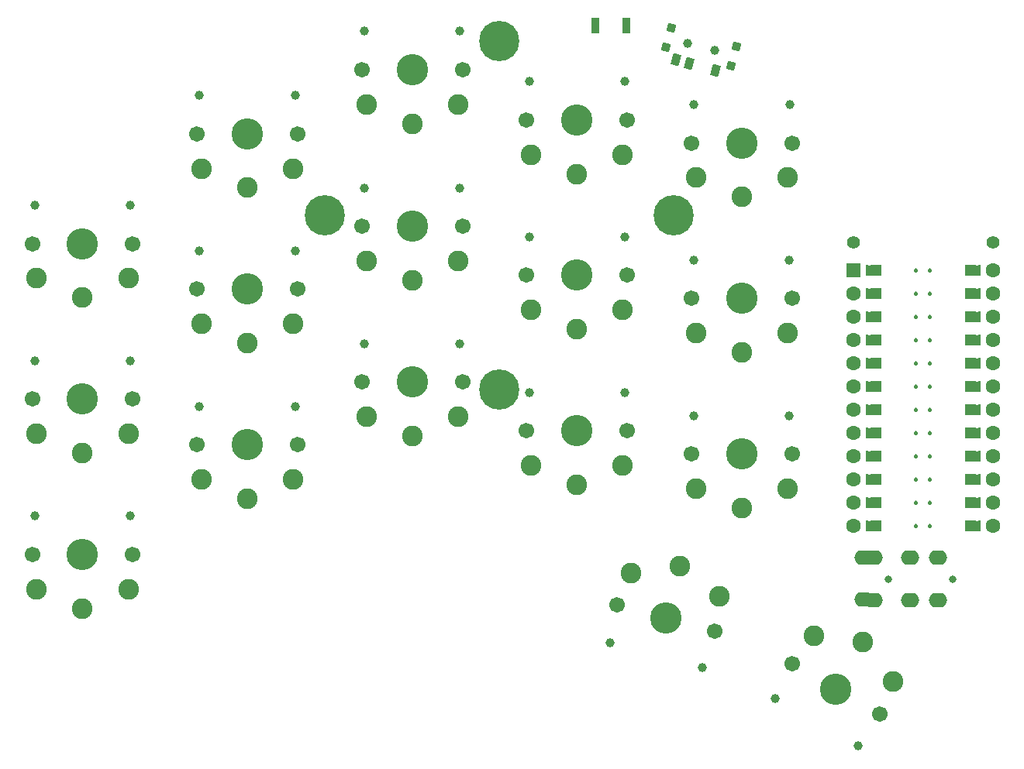
<source format=gbr>
%TF.GenerationSoftware,KiCad,Pcbnew,8.0.8*%
%TF.CreationDate,2025-03-18T19:26:01-05:00*%
%TF.ProjectId,half-swept,68616c66-2d73-4776-9570-742e6b696361,rev?*%
%TF.SameCoordinates,Original*%
%TF.FileFunction,Soldermask,Top*%
%TF.FilePolarity,Negative*%
%FSLAX46Y46*%
G04 Gerber Fmt 4.6, Leading zero omitted, Abs format (unit mm)*
G04 Created by KiCad (PCBNEW 8.0.8) date 2025-03-18 19:26:01*
%MOMM*%
%LPD*%
G01*
G04 APERTURE LIST*
G04 Aperture macros list*
%AMRotRect*
0 Rectangle, with rotation*
0 The origin of the aperture is its center*
0 $1 length*
0 $2 width*
0 $3 Rotation angle, in degrees counterclockwise*
0 Add horizontal line*
21,1,$1,$2,0,0,$3*%
%AMFreePoly0*
4,1,6,0.600000,-0.250000,-0.600000,-0.250000,-0.600000,1.000000,0.000000,0.400000,0.600000,1.000000,0.600000,-0.250000,0.600000,-0.250000,$1*%
%AMFreePoly1*
4,1,6,0.600000,0.200000,0.000000,-0.400000,-0.600000,0.200000,-0.600000,0.400000,0.600000,0.400000,0.600000,0.200000,0.600000,0.200000,$1*%
G04 Aperture macros list end*
%ADD10C,0.100000*%
%ADD11C,0.250000*%
%ADD12C,1.397000*%
%ADD13C,0.800000*%
%ADD14O,2.000000X1.600000*%
%ADD15C,0.990600*%
%ADD16C,1.701800*%
%ADD17C,3.429000*%
%ADD18C,2.262000*%
%ADD19C,4.400000*%
%ADD20C,1.000000*%
%ADD21RotRect,0.900000X0.900000X344.500000*%
%ADD22RotRect,0.900000X1.250000X344.500000*%
%ADD23R,0.900000X1.700000*%
%ADD24FreePoly0,270.000000*%
%ADD25FreePoly0,90.000000*%
%ADD26C,1.600000*%
%ADD27FreePoly1,270.000000*%
%ADD28FreePoly1,90.000000*%
%ADD29R,1.600000X1.600000*%
G04 APERTURE END LIST*
D10*
%TO.C,U1*%
X124968000Y-62230000D02*
X123952000Y-62230000D01*
X123952000Y-61214000D01*
X124968000Y-61214000D01*
X124968000Y-62230000D01*
G36*
X124968000Y-62230000D02*
G01*
X123952000Y-62230000D01*
X123952000Y-61214000D01*
X124968000Y-61214000D01*
X124968000Y-62230000D01*
G37*
X124968000Y-49530000D02*
X123952000Y-49530000D01*
X123952000Y-48514000D01*
X124968000Y-48514000D01*
X124968000Y-49530000D01*
G36*
X124968000Y-49530000D02*
G01*
X123952000Y-49530000D01*
X123952000Y-48514000D01*
X124968000Y-48514000D01*
X124968000Y-49530000D01*
G37*
X124968000Y-57150000D02*
X123952000Y-57150000D01*
X123952000Y-56134000D01*
X124968000Y-56134000D01*
X124968000Y-57150000D01*
G36*
X124968000Y-57150000D02*
G01*
X123952000Y-57150000D01*
X123952000Y-56134000D01*
X124968000Y-56134000D01*
X124968000Y-57150000D01*
G37*
X113792000Y-64770000D02*
X112776000Y-64770000D01*
X112776000Y-63754000D01*
X113792000Y-63754000D01*
X113792000Y-64770000D01*
G36*
X113792000Y-64770000D02*
G01*
X112776000Y-64770000D01*
X112776000Y-63754000D01*
X113792000Y-63754000D01*
X113792000Y-64770000D01*
G37*
X113792000Y-62230000D02*
X112776000Y-62230000D01*
X112776000Y-61214000D01*
X113792000Y-61214000D01*
X113792000Y-62230000D01*
G36*
X113792000Y-62230000D02*
G01*
X112776000Y-62230000D01*
X112776000Y-61214000D01*
X113792000Y-61214000D01*
X113792000Y-62230000D01*
G37*
X124968000Y-67310000D02*
X123952000Y-67310000D01*
X123952000Y-66294000D01*
X124968000Y-66294000D01*
X124968000Y-67310000D01*
G36*
X124968000Y-67310000D02*
G01*
X123952000Y-67310000D01*
X123952000Y-66294000D01*
X124968000Y-66294000D01*
X124968000Y-67310000D01*
G37*
X124968000Y-54610000D02*
X123952000Y-54610000D01*
X123952000Y-53594000D01*
X124968000Y-53594000D01*
X124968000Y-54610000D01*
G36*
X124968000Y-54610000D02*
G01*
X123952000Y-54610000D01*
X123952000Y-53594000D01*
X124968000Y-53594000D01*
X124968000Y-54610000D01*
G37*
X124968000Y-59690000D02*
X123952000Y-59690000D01*
X123952000Y-58674000D01*
X124968000Y-58674000D01*
X124968000Y-59690000D01*
G36*
X124968000Y-59690000D02*
G01*
X123952000Y-59690000D01*
X123952000Y-58674000D01*
X124968000Y-58674000D01*
X124968000Y-59690000D01*
G37*
X124968000Y-77470000D02*
X123952000Y-77470000D01*
X123952000Y-76454000D01*
X124968000Y-76454000D01*
X124968000Y-77470000D01*
G36*
X124968000Y-77470000D02*
G01*
X123952000Y-77470000D01*
X123952000Y-76454000D01*
X124968000Y-76454000D01*
X124968000Y-77470000D01*
G37*
X113792000Y-54610000D02*
X112776000Y-54610000D01*
X112776000Y-53594000D01*
X113792000Y-53594000D01*
X113792000Y-54610000D01*
G36*
X113792000Y-54610000D02*
G01*
X112776000Y-54610000D01*
X112776000Y-53594000D01*
X113792000Y-53594000D01*
X113792000Y-54610000D01*
G37*
X113792000Y-59690000D02*
X112776000Y-59690000D01*
X112776000Y-58674000D01*
X113792000Y-58674000D01*
X113792000Y-59690000D01*
G36*
X113792000Y-59690000D02*
G01*
X112776000Y-59690000D01*
X112776000Y-58674000D01*
X113792000Y-58674000D01*
X113792000Y-59690000D01*
G37*
X113792000Y-67310000D02*
X112776000Y-67310000D01*
X112776000Y-66294000D01*
X113792000Y-66294000D01*
X113792000Y-67310000D01*
G36*
X113792000Y-67310000D02*
G01*
X112776000Y-67310000D01*
X112776000Y-66294000D01*
X113792000Y-66294000D01*
X113792000Y-67310000D01*
G37*
X124968000Y-69850000D02*
X123952000Y-69850000D01*
X123952000Y-68834000D01*
X124968000Y-68834000D01*
X124968000Y-69850000D01*
G36*
X124968000Y-69850000D02*
G01*
X123952000Y-69850000D01*
X123952000Y-68834000D01*
X124968000Y-68834000D01*
X124968000Y-69850000D01*
G37*
X113792000Y-77470000D02*
X112776000Y-77470000D01*
X112776000Y-76454000D01*
X113792000Y-76454000D01*
X113792000Y-77470000D01*
G36*
X113792000Y-77470000D02*
G01*
X112776000Y-77470000D01*
X112776000Y-76454000D01*
X113792000Y-76454000D01*
X113792000Y-77470000D01*
G37*
X124968000Y-52070000D02*
X123952000Y-52070000D01*
X123952000Y-51054000D01*
X124968000Y-51054000D01*
X124968000Y-52070000D01*
G36*
X124968000Y-52070000D02*
G01*
X123952000Y-52070000D01*
X123952000Y-51054000D01*
X124968000Y-51054000D01*
X124968000Y-52070000D01*
G37*
X113792000Y-74930000D02*
X112776000Y-74930000D01*
X112776000Y-73914000D01*
X113792000Y-73914000D01*
X113792000Y-74930000D01*
G36*
X113792000Y-74930000D02*
G01*
X112776000Y-74930000D01*
X112776000Y-73914000D01*
X113792000Y-73914000D01*
X113792000Y-74930000D01*
G37*
X124968000Y-64770000D02*
X123952000Y-64770000D01*
X123952000Y-63754000D01*
X124968000Y-63754000D01*
X124968000Y-64770000D01*
G36*
X124968000Y-64770000D02*
G01*
X123952000Y-64770000D01*
X123952000Y-63754000D01*
X124968000Y-63754000D01*
X124968000Y-64770000D01*
G37*
X124968000Y-74930000D02*
X123952000Y-74930000D01*
X123952000Y-73914000D01*
X124968000Y-73914000D01*
X124968000Y-74930000D01*
G36*
X124968000Y-74930000D02*
G01*
X123952000Y-74930000D01*
X123952000Y-73914000D01*
X124968000Y-73914000D01*
X124968000Y-74930000D01*
G37*
X124968000Y-72390000D02*
X123952000Y-72390000D01*
X123952000Y-71374000D01*
X124968000Y-71374000D01*
X124968000Y-72390000D01*
G36*
X124968000Y-72390000D02*
G01*
X123952000Y-72390000D01*
X123952000Y-71374000D01*
X124968000Y-71374000D01*
X124968000Y-72390000D01*
G37*
X113792000Y-72390000D02*
X112776000Y-72390000D01*
X112776000Y-71374000D01*
X113792000Y-71374000D01*
X113792000Y-72390000D01*
G36*
X113792000Y-72390000D02*
G01*
X112776000Y-72390000D01*
X112776000Y-71374000D01*
X113792000Y-71374000D01*
X113792000Y-72390000D01*
G37*
X113792000Y-49530000D02*
X112776000Y-49530000D01*
X112776000Y-48514000D01*
X113792000Y-48514000D01*
X113792000Y-49530000D01*
G36*
X113792000Y-49530000D02*
G01*
X112776000Y-49530000D01*
X112776000Y-48514000D01*
X113792000Y-48514000D01*
X113792000Y-49530000D01*
G37*
X113792000Y-52070000D02*
X112776000Y-52070000D01*
X112776000Y-51054000D01*
X113792000Y-51054000D01*
X113792000Y-52070000D01*
G36*
X113792000Y-52070000D02*
G01*
X112776000Y-52070000D01*
X112776000Y-51054000D01*
X113792000Y-51054000D01*
X113792000Y-52070000D01*
G37*
X113792000Y-57150000D02*
X112776000Y-57150000D01*
X112776000Y-56134000D01*
X113792000Y-56134000D01*
X113792000Y-57150000D01*
G36*
X113792000Y-57150000D02*
G01*
X112776000Y-57150000D01*
X112776000Y-56134000D01*
X113792000Y-56134000D01*
X113792000Y-57150000D01*
G37*
X113792000Y-69850000D02*
X112776000Y-69850000D01*
X112776000Y-68834000D01*
X113792000Y-68834000D01*
X113792000Y-69850000D01*
G36*
X113792000Y-69850000D02*
G01*
X112776000Y-69850000D01*
X112776000Y-68834000D01*
X113792000Y-68834000D01*
X113792000Y-69850000D01*
G37*
D11*
X118235000Y-74422000D02*
G75*
G02*
X117985000Y-74422000I-125000J0D01*
G01*
X117985000Y-74422000D02*
G75*
G02*
X118235000Y-74422000I125000J0D01*
G01*
X118235000Y-59182000D02*
G75*
G02*
X117985000Y-59182000I-125000J0D01*
G01*
X117985000Y-59182000D02*
G75*
G02*
X118235000Y-59182000I125000J0D01*
G01*
X119759000Y-59182000D02*
G75*
G02*
X119509000Y-59182000I-125000J0D01*
G01*
X119509000Y-59182000D02*
G75*
G02*
X119759000Y-59182000I125000J0D01*
G01*
X119759000Y-71882000D02*
G75*
G02*
X119509000Y-71882000I-125000J0D01*
G01*
X119509000Y-71882000D02*
G75*
G02*
X119759000Y-71882000I125000J0D01*
G01*
X119759000Y-54102000D02*
G75*
G02*
X119509000Y-54102000I-125000J0D01*
G01*
X119509000Y-54102000D02*
G75*
G02*
X119759000Y-54102000I125000J0D01*
G01*
X118235000Y-51562000D02*
G75*
G02*
X117985000Y-51562000I-125000J0D01*
G01*
X117985000Y-51562000D02*
G75*
G02*
X118235000Y-51562000I125000J0D01*
G01*
X119759000Y-64262000D02*
G75*
G02*
X119509000Y-64262000I-125000J0D01*
G01*
X119509000Y-64262000D02*
G75*
G02*
X119759000Y-64262000I125000J0D01*
G01*
X119759000Y-49022000D02*
G75*
G02*
X119509000Y-49022000I-125000J0D01*
G01*
X119509000Y-49022000D02*
G75*
G02*
X119759000Y-49022000I125000J0D01*
G01*
X118235000Y-49022000D02*
G75*
G02*
X117985000Y-49022000I-125000J0D01*
G01*
X117985000Y-49022000D02*
G75*
G02*
X118235000Y-49022000I125000J0D01*
G01*
X119759000Y-66802000D02*
G75*
G02*
X119509000Y-66802000I-125000J0D01*
G01*
X119509000Y-66802000D02*
G75*
G02*
X119759000Y-66802000I125000J0D01*
G01*
X118235000Y-61722000D02*
G75*
G02*
X117985000Y-61722000I-125000J0D01*
G01*
X117985000Y-61722000D02*
G75*
G02*
X118235000Y-61722000I125000J0D01*
G01*
X118235000Y-71882000D02*
G75*
G02*
X117985000Y-71882000I-125000J0D01*
G01*
X117985000Y-71882000D02*
G75*
G02*
X118235000Y-71882000I125000J0D01*
G01*
X118235000Y-66802000D02*
G75*
G02*
X117985000Y-66802000I-125000J0D01*
G01*
X117985000Y-66802000D02*
G75*
G02*
X118235000Y-66802000I125000J0D01*
G01*
X119759000Y-61722000D02*
G75*
G02*
X119509000Y-61722000I-125000J0D01*
G01*
X119509000Y-61722000D02*
G75*
G02*
X119759000Y-61722000I125000J0D01*
G01*
X119759000Y-74422000D02*
G75*
G02*
X119509000Y-74422000I-125000J0D01*
G01*
X119509000Y-74422000D02*
G75*
G02*
X119759000Y-74422000I125000J0D01*
G01*
X118235000Y-64262000D02*
G75*
G02*
X117985000Y-64262000I-125000J0D01*
G01*
X117985000Y-64262000D02*
G75*
G02*
X118235000Y-64262000I125000J0D01*
G01*
X119759000Y-51562000D02*
G75*
G02*
X119509000Y-51562000I-125000J0D01*
G01*
X119509000Y-51562000D02*
G75*
G02*
X119759000Y-51562000I125000J0D01*
G01*
X119759000Y-69342000D02*
G75*
G02*
X119509000Y-69342000I-125000J0D01*
G01*
X119509000Y-69342000D02*
G75*
G02*
X119759000Y-69342000I125000J0D01*
G01*
X118235000Y-76962000D02*
G75*
G02*
X117985000Y-76962000I-125000J0D01*
G01*
X117985000Y-76962000D02*
G75*
G02*
X118235000Y-76962000I125000J0D01*
G01*
X118235000Y-54102000D02*
G75*
G02*
X117985000Y-54102000I-125000J0D01*
G01*
X117985000Y-54102000D02*
G75*
G02*
X118235000Y-54102000I125000J0D01*
G01*
X119759000Y-76962000D02*
G75*
G02*
X119509000Y-76962000I-125000J0D01*
G01*
X119509000Y-76962000D02*
G75*
G02*
X119759000Y-76962000I125000J0D01*
G01*
X118235000Y-56642000D02*
G75*
G02*
X117985000Y-56642000I-125000J0D01*
G01*
X117985000Y-56642000D02*
G75*
G02*
X118235000Y-56642000I125000J0D01*
G01*
X119759000Y-56642000D02*
G75*
G02*
X119509000Y-56642000I-125000J0D01*
G01*
X119509000Y-56642000D02*
G75*
G02*
X119759000Y-56642000I125000J0D01*
G01*
X118235000Y-69342000D02*
G75*
G02*
X117985000Y-69342000I-125000J0D01*
G01*
X117985000Y-69342000D02*
G75*
G02*
X118235000Y-69342000I125000J0D01*
G01*
%TD*%
D12*
%TO.C,B+*%
X126492000Y-45974000D03*
%TD*%
%TO.C,B-*%
X111252000Y-45974000D03*
%TD*%
D13*
%TO.C,J2*%
X122098000Y-82750000D03*
X115098000Y-82750000D03*
D14*
X117478000Y-80420000D03*
X117498000Y-85050000D03*
X120498000Y-85050000D03*
X120478000Y-80420000D03*
X112398000Y-80450000D03*
X112378000Y-85020000D03*
X113478000Y-80420000D03*
X113498000Y-85050000D03*
%TD*%
D15*
%TO.C,SW1*%
X32300000Y-41880000D03*
D16*
X21580000Y-46080000D03*
D15*
X21860000Y-41880000D03*
D17*
X27080000Y-46080000D03*
D16*
X32580000Y-46080000D03*
D18*
X27080000Y-51980000D03*
X32080000Y-49880000D03*
X22080000Y-49880000D03*
%TD*%
D16*
%TO.C,SW2*%
X39580000Y-34080000D03*
D15*
X39860000Y-29880000D03*
D17*
X45080000Y-34080000D03*
D16*
X50580000Y-34080000D03*
D15*
X50300000Y-29880000D03*
D18*
X45080000Y-39980000D03*
X40080000Y-37880000D03*
X50080000Y-37880000D03*
%TD*%
D16*
%TO.C,SW3*%
X68580000Y-27080000D03*
X57580000Y-27080000D03*
D17*
X63080000Y-27080000D03*
D15*
X68300000Y-22880000D03*
X57860000Y-22880000D03*
D18*
X63080000Y-32980000D03*
X58080000Y-30880000D03*
X68080000Y-30880000D03*
%TD*%
D16*
%TO.C,SW4*%
X86580000Y-32580000D03*
D17*
X81080000Y-32580000D03*
D15*
X86300000Y-28380000D03*
D16*
X75580000Y-32580000D03*
D15*
X75860000Y-28380000D03*
D18*
X81080000Y-38480000D03*
X76080000Y-36380000D03*
X86080000Y-36380000D03*
%TD*%
D16*
%TO.C,SW5*%
X93580000Y-35080000D03*
D15*
X104300000Y-30880000D03*
X93860000Y-30880000D03*
D16*
X104580000Y-35080000D03*
D17*
X99080000Y-35080000D03*
D18*
X99080000Y-40980000D03*
X104080000Y-38880000D03*
X94080000Y-38880000D03*
%TD*%
D16*
%TO.C,SW6*%
X21580000Y-63080000D03*
X32580000Y-63080000D03*
D17*
X27080000Y-63080000D03*
D15*
X21860000Y-58880000D03*
X32300000Y-58880000D03*
D18*
X27080000Y-68980000D03*
X32080000Y-66880000D03*
X22080000Y-66880000D03*
%TD*%
D16*
%TO.C,SW7*%
X50580000Y-51054000D03*
D15*
X39860000Y-46854000D03*
D16*
X39580000Y-51054000D03*
D17*
X45080000Y-51054000D03*
D15*
X50300000Y-46854000D03*
D18*
X45080000Y-56954000D03*
X40080000Y-54854000D03*
X50080000Y-54854000D03*
%TD*%
D16*
%TO.C,SW8*%
X68580000Y-44196000D03*
X57580000Y-44196000D03*
D15*
X68300000Y-39996000D03*
D17*
X63080000Y-44196000D03*
D15*
X57860000Y-39996000D03*
D18*
X63080000Y-50096000D03*
X68080000Y-47996000D03*
X58080000Y-47996000D03*
%TD*%
D15*
%TO.C,SW9*%
X86300000Y-45330000D03*
X75860000Y-45330000D03*
D16*
X86580000Y-49530000D03*
X75580000Y-49530000D03*
D17*
X81080000Y-49530000D03*
D18*
X81080000Y-55430000D03*
X86080000Y-53330000D03*
X76080000Y-53330000D03*
%TD*%
D17*
%TO.C,SW10*%
X99060000Y-52070000D03*
D15*
X104280000Y-47870000D03*
D16*
X104560000Y-52070000D03*
D15*
X93840000Y-47870000D03*
D16*
X93560000Y-52070000D03*
D18*
X99060000Y-57970000D03*
X94060000Y-55870000D03*
X104060000Y-55870000D03*
%TD*%
D16*
%TO.C,SW11*%
X21580000Y-80080000D03*
D15*
X32300000Y-75880000D03*
D17*
X27080000Y-80080000D03*
D16*
X32580000Y-80080000D03*
D15*
X21860000Y-75880000D03*
D18*
X27080000Y-85980000D03*
X22080000Y-83880000D03*
X32080000Y-83880000D03*
%TD*%
D17*
%TO.C,SW12*%
X45080000Y-68072000D03*
D15*
X39860000Y-63872000D03*
D16*
X50580000Y-68072000D03*
X39580000Y-68072000D03*
D15*
X50300000Y-63872000D03*
D18*
X45080000Y-73972000D03*
X50080000Y-71872000D03*
X40080000Y-71872000D03*
%TD*%
D15*
%TO.C,SW13*%
X57860000Y-57014000D03*
D17*
X63080000Y-61214000D03*
D16*
X57580000Y-61214000D03*
D15*
X68300000Y-57014000D03*
D16*
X68580000Y-61214000D03*
D18*
X63080000Y-67114000D03*
X58080000Y-65014000D03*
X68080000Y-65014000D03*
%TD*%
D16*
%TO.C,SW14*%
X86580000Y-66548000D03*
D17*
X81080000Y-66548000D03*
D15*
X86300000Y-62348000D03*
X75860000Y-62348000D03*
D16*
X75580000Y-66548000D03*
D18*
X81080000Y-72448000D03*
X76080000Y-70348000D03*
X86080000Y-70348000D03*
%TD*%
D15*
%TO.C,SW15*%
X104280000Y-64888000D03*
X93840000Y-64888000D03*
D16*
X93560000Y-69088000D03*
D17*
X99060000Y-69088000D03*
D16*
X104560000Y-69088000D03*
D18*
X99060000Y-74988000D03*
X94060000Y-72888000D03*
X104060000Y-72888000D03*
%TD*%
D16*
%TO.C,SW17*%
X104592860Y-92030000D03*
D15*
X102735347Y-95807307D03*
X111776653Y-101027307D03*
D17*
X109356000Y-94780000D03*
D16*
X114119140Y-97530000D03*
D18*
X112306000Y-89670450D03*
X115586127Y-93989103D03*
X106925873Y-88989103D03*
%TD*%
D15*
%TO.C,SW16*%
X84666827Y-89735853D03*
D16*
X96108592Y-88453505D03*
D15*
X94751093Y-92437924D03*
D16*
X85483408Y-85606495D03*
D17*
X90796000Y-87030000D03*
D18*
X92323032Y-81331038D03*
X86949883Y-82065387D03*
X96609142Y-84653577D03*
%TD*%
D19*
%TO.C,REF\u002A\u002A*%
X72580000Y-23930000D03*
X72580000Y-62030000D03*
X91630000Y-42980000D03*
X53530000Y-42980000D03*
%TD*%
D20*
%TO.C,POWER SW*%
X93194954Y-24169715D03*
X96085846Y-24971431D03*
D21*
X98499795Y-24499361D03*
X90781005Y-24641785D03*
X97911870Y-26619348D03*
X91368930Y-22521798D03*
D22*
X96254049Y-27171393D03*
X93363158Y-26369676D03*
X91917712Y-25968820D03*
%TD*%
D23*
%TO.C,RSW2*%
X83085200Y-22250400D03*
X86485200Y-22250400D03*
%TD*%
D24*
%TO.C,U1*%
X123698000Y-49022000D03*
X123698000Y-51562000D03*
X123698000Y-54102000D03*
X123698000Y-56642000D03*
X123698000Y-59182000D03*
X123698000Y-61722000D03*
X123698000Y-64262000D03*
X123698000Y-66802000D03*
X123698000Y-69342000D03*
X123698000Y-71882000D03*
X123698000Y-74422000D03*
X123698000Y-76962000D03*
D25*
X114046000Y-76962000D03*
X114046000Y-74422000D03*
X114046000Y-71882000D03*
X114046000Y-69342000D03*
X114046000Y-66802000D03*
X114046000Y-64262000D03*
X114046000Y-61722000D03*
X114046000Y-59182000D03*
X114046000Y-56642000D03*
X114046000Y-54102000D03*
X114046000Y-51562000D03*
X114046000Y-49022000D03*
D26*
X111252000Y-49022000D03*
D27*
X124714000Y-56642000D03*
D26*
X111252000Y-71882000D03*
D27*
X124714000Y-66802000D03*
X124714000Y-76962000D03*
D28*
X113030000Y-66802000D03*
D26*
X111252000Y-76962000D03*
X111252000Y-64262000D03*
D28*
X113030000Y-61722000D03*
D26*
X126492000Y-59182000D03*
X126492000Y-71882000D03*
D27*
X124714000Y-49022000D03*
D26*
X126492000Y-54102000D03*
X126492000Y-61722000D03*
X111252000Y-56642000D03*
D28*
X113030000Y-64262000D03*
D27*
X124714000Y-51562000D03*
D26*
X111252000Y-66802000D03*
D28*
X113030000Y-69342000D03*
D26*
X126492000Y-76962000D03*
X111252000Y-69342000D03*
D28*
X113030000Y-71882000D03*
X113030000Y-76962000D03*
D27*
X124714000Y-71882000D03*
X124714000Y-61722000D03*
X124714000Y-59182000D03*
D28*
X113030000Y-54102000D03*
D27*
X124714000Y-74422000D03*
D26*
X111252000Y-61722000D03*
X126492000Y-74422000D03*
X126492000Y-56642000D03*
X126492000Y-66802000D03*
D28*
X113030000Y-49022000D03*
D26*
X111252000Y-59182000D03*
D28*
X113030000Y-56642000D03*
D29*
X111252000Y-49022000D03*
D26*
X126492000Y-69342000D03*
D27*
X124714000Y-64262000D03*
D26*
X126492000Y-51562000D03*
X111252000Y-54102000D03*
D28*
X113030000Y-74422000D03*
D26*
X126492000Y-49022000D03*
D28*
X113030000Y-59182000D03*
X113030000Y-51562000D03*
D26*
X111252000Y-51562000D03*
X126492000Y-64262000D03*
D27*
X124714000Y-54102000D03*
X124714000Y-69342000D03*
D26*
X111252000Y-74422000D03*
%TD*%
M02*

</source>
